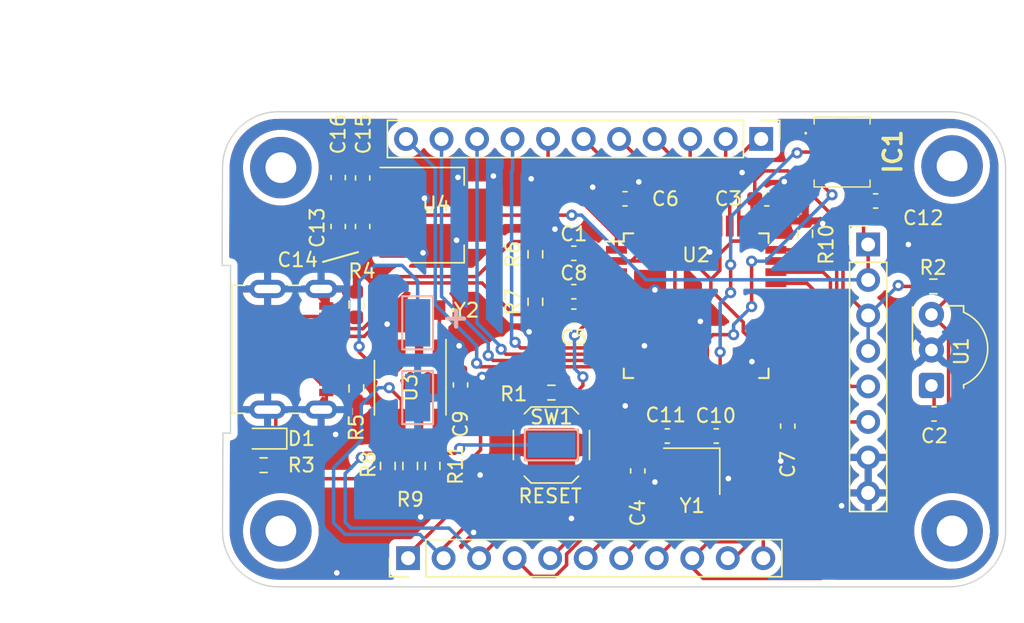
<source format=kicad_pcb>
(kicad_pcb (version 20221232) (generator pcbnew)
  (title_block (title "Breaduino") (date "2021-12-17") (rev "1.0") (company "WeAreMaker"))
  (layers (0 "F.Cu" signal) (31 "B.Cu" signal) (34 "B.Paste" user) (35 "F.Paste" user) (36 "B.SilkS" user "B.Silkscreen") (37 "F.SilkS" user "F.Silkscreen") (38 "B.Mask" user) (39 "F.Mask" user) (44 "Edge.Cuts" user))
  (net 0 "")
  (net 1 "GND")
  (net 2 "/A0")
  (net 3 "/A1")
  (net 4 "/A2")
  (net 5 "/RESET")
  (net 6 "VCC")
  (net 7 "/D+")
  (net 8 "/D-")
  (net 9 "Net-(U1-Vs)")
  (net 10 "/D1")
  (net 11 "/D0")
  (net 12 "/D2")
  (net 13 "/D7")
  (net 14 "/D14")
  (net 15 "/D15")
  (net 16 "/D16")
  (net 17 "/D17")
  (net 18 "/D11")
  (net 19 "/D3")
  (net 20 "/D4_A6")
  (net 21 "/D12_A10")
  (net 22 "/D6_A7")
  (net 23 "/D8")
  (net 24 "/D9_A8")
  (net 25 "/D10")
  (net 26 "/D5")
  (net 27 "/D13")
  (net 28 "/A3")
  (net 29 "/A4")
  (net 30 "/A5")
  (net 31 "Net-(U2-UCAP)")
  (net 32 "/X1")
  (net 33 "/X2")
  (net 34 "Net-(U2-XTAL1)")
  (net 35 "+3V3")
  (net 36 "Net-(U2-XTAL2)")
  (net 37 "Net-(D1-A)")
  (net 39 "Net-(J4-CC1)")
  (net 40 "Net-(J4-D+)")
  (net 41 "Net-(J4-D-)")
  (net 43 "Net-(J4-CC2)")
  (net 45 "Net-(U2-PE2/~{HWB})")
  (net 46 "Net-(U3-SQW/OUT)")
  (net 47 "Net-(U3-VBAT)")
  (footprint "Resistor_SMD:R_0603_1608Metric_Pad0.98x0.95mm_HandSolder" (layer "F.Cu") (at 102.41798 62.49452 -90)
    (fp_text reference "R7")
    (fp_text value "22R")
  )
  (footprint "Capacitor_SMD:C_0603_1608Metric_Pad1.08x0.95mm_HandSolder" (layer "F.Cu") (at 105.16798 59.02452 180)
    (fp_text reference "C1")
    (fp_text value "1uF")
  )
  (footprint "Capacitor_SMD:C_0603_1608Metric_Pad1.08x0.95mm_HandSolder" (layer "F.Cu") (at 105.16798 61.77452 180)
    (fp_text reference "C8")
    (fp_text value "1uF")
  )
  (footprint "Capacitor_SMD:C_0603_1608Metric_Pad1.08x0.95mm_HandSolder" (layer "F.Cu") (at 105.16798 63.52452 180)
    (fp_text reference "C5")
    (fp_text value "100nF")
  )
  (footprint "Connector_PinHeader_2.54mm:PinHeader_1x11_P2.54mm_Vertical" (layer "F.Cu") (at 118.56798 50.84452 -90)
    (fp_text reference "J1")
    (fp_text value "Conn_01x11")
  )
  (footprint "Crystal Footprint:DST210AC32768KHz" (layer "F.Cu") (at 94.88298 63.08952 180)
    (fp_text reference "Y2")
    (fp_text value "32.768KHz" hide)
  )
  (footprint "Capacitor_SMD:C_0603_1608Metric_Pad1.08x0.95mm_HandSolder" (layer "F.Cu") (at 130.932528 70.51952 180)
    (fp_text reference "C2")
    (fp_text value "100nF")
  )
  (footprint "Resistor_SMD:R_0603_1608Metric_Pad0.98x0.95mm_HandSolder" (layer "F.Cu") (at 95.06798 74.24452 90)
    (fp_text reference "R11")
    (fp_text value "4.7K")
  )
  (footprint "Capacitor_SMD:C_0603_1608Metric_Pad1.08x0.95mm_HandSolder" (layer "F.Cu") (at 109.742491 74.600009 -90)
    (fp_text reference "C4")
    (fp_text value "100nF")
  )
  (footprint "OptoDevice:Vishay_MOLD-3Pin" (layer "F.Cu") (at 130.743469 68.48452 90)
    (fp_text reference "U1")
    (fp_text value "TSOP45xx")
  )
  (footprint "Resistor_SMD:R_0603_1608Metric_Pad0.98x0.95mm_HandSolder" (layer "F.Cu") (at 121.71798 57.62452 -90)
    (fp_text reference "R10")
    (fp_text value "10k")
  )
  (footprint "Capacitor_SMD:C_0603_1608Metric_Pad1.08x0.95mm_HandSolder" (layer "F.Cu") (at 97.06798 68.44452 -90)
    (fp_text reference "C9")
    (fp_text value "10nF")
  )
  (footprint "Connector_PinHeader_2.54mm:PinHeader_1x08_P2.54mm_Vertical" (layer "F.Cu") (at 126.21798 58.39452)
    (fp_text reference "J2")
    (fp_text value "Conn_01x08")
  )
  (footprint "Resistor_SMD:R_0603_1608Metric_Pad0.98x0.95mm_HandSolder" (layer "F.Cu") (at 82.98298 74.18952 180)
    (fp_text reference "R3")
    (fp_text value "1K")
  )
  (footprint "Capacitor_SMD:C_0603_1608Metric_Pad1.08x0.95mm_HandSolder" (layer "F.Cu") (at 115.354991 72.100009)
    (fp_text reference "C10")
    (fp_text value "22pF")
  )
  (footprint "Package_QFP:TQFP-44_10x10mm_P0.8mm" (layer "F.Cu") (at 113.91798 62.77452)
    (fp_text reference "U2")
    (fp_text value "atmega32u4-au")
  )
  (footprint "Resistor_SMD:R_0603_1608Metric_Pad0.98x0.95mm_HandSolder" (layer "F.Cu") (at 130.882528 61.39452)
    (fp_text reference "R2")
    (fp_text value "10R")
  )
  (footprint "LED_SMD:LED_0603_1608Metric_Pad1.05x0.95mm_HandSolder" (layer "F.Cu") (at 82.98298 72.28952 180)
    (fp_text reference "D1")
    (fp_text value "LED_Small")
  )
  (footprint "MountingHole:MountingHole_2.2mm_M2_Pad" (layer "F.Cu") (at 84.21798 78.89452)
    (fp_text reference "H3")
    (fp_text value "MountingHole")
  )
  (footprint "Connector_PinHeader_2.54mm:PinHeader_1x11_P2.54mm_Vertical" (layer "F.Cu") (at 93.31798 80.84452 90)
    (fp_text reference "J3")
    (fp_text value "Conn_01x11")
  )
  (footprint "Crystal:Crystal_SMD_3225-4Pin_3.2x2.5mm" (layer "F.Cu") (at 113.604991 74.62452 180)
    (fp_text reference "Y1")
    (fp_text value "16MHz")
  )
  (footprint "Package_SO:SOIC-8_3.9x4.9mm_P1.27mm" (layer "F.Cu") (at 93.46798 68.64452 -90)
    (fp_text reference "U3")
    (fp_text value "DS1307Z+")
  )
  (footprint "Resistor_SMD:R_0603_1608Metric_Pad0.98x0.95mm_HandSolder" (layer "F.Cu") (at 102.41798 59.09452 90)
    (fp_text reference "R6")
    (fp_text value "22R")
  )
  (footprint "Capacitor_SMD:C_0603_1608Metric_Pad1.08x0.95mm_HandSolder" (layer "F.Cu") (at 118.96798 55.12452)
    (fp_text reference "C3")
    (fp_text value "100nF")
  )
  (footprint "MountingHole:MountingHole_2.2mm_M2_Pad" (layer "F.Cu") (at 132.21798 52.77452)
    (fp_text reference "H2")
    (fp_text value "MountingHole")
  )
  (footprint "Capacitor_SMD:C_0603_1608Metric_Pad1.08x0.95mm_HandSolder" (layer "F.Cu") (at 90.06798 53.63202 90)
    (fp_text reference "C15")
    (fp_text value "4.7uF")
  )
  (footprint "Capacitor_SMD:C_0603_1608Metric_Pad1.08x0.95mm_HandSolder" (layer "F.Cu") (at 88.31798 57.10702 -90)
    (fp_text reference "C13")
    (fp_text value "4.7uF")
  )
  (footprint "Capacitor_SMD:C_0603_1608Metric_Pad1.08x0.95mm_HandSolder" (layer "F.Cu") (at 126.75298 55.27952 180)
    (fp_text reference "C12")
    (fp_text value "10nF")
  )
  (footprint "Capacitor_SMD:C_0603_1608Metric_Pad1.08x0.95mm_HandSolder" (layer "F.Cu") (at 88.31798 53.60702 90)
    (fp_text reference "C16")
    (fp_text value "1uF")
  )
  (footprint "Resistor_SMD:R_0603_1608Metric_Pad0.98x0.95mm_HandSolder" (layer "F.Cu") (at 89.61798 68.69452 -90)
    (fp_text reference "R5")
    (fp_text value "5.1K")
  )
  (footprint "Resistor_SMD:R_0603_1608Metric_Pad0.98x0.95mm_HandSolder" (layer "F.Cu") (at 89.61798 62.69452 90)
    (fp_text reference "R4")
    (fp_text value "5.1K")
  )
  (footprint "MountingHole:MountingHole_2.2mm_M2_Pad" (layer "F.Cu") (at 132.21798 78.89452)
    (fp_text reference "H4")
    (fp_text value "MountingHole")
  )
  (footprint "AHT10:AHT10" (layer "F.Cu") (at 124.35298 51.77952)
    (fp_text reference "IC1")
    (fp_text value "AHT10" hide)
  )
  (footprint "Connector_USB:USB_C_Receptacle_JAE_DX07S016JA1R1500" (layer "F.Cu") (at 84.41798 65.89452 -90)
    (fp_text reference "J4")
    (fp_text value "USB_C_Receptacle")
  )
  (footprint "Resistor_SMD:R_0603_1608Metric_Pad0.98x0.95mm_HandSolder" (layer "F.Cu") (at 103.56798 68.99452)
    (fp_text reference "R1")
    (fp_text value "10K")
  )
  (footprint "Package_TO_SOT_SMD:SOT-223-3_TabPin2" (layer "F.Cu") (at 95.41798 56.29452)
    (fp_text reference "U4")
    (fp_text value "AMS1117-3.3")
  )
  (footprint "Resistor_SMD:R_0603_1608Metric_Pad0.98x0.95mm_HandSolder" (layer "F.Cu") (at 91.86798 74.24452 90)
    (fp_text reference "R8")
    (fp_text value "4.7K")
  )
  (footprint "Capacitor_SMD:C_0603_1608Metric_Pad1.08x0.95mm_HandSolder" (layer "F.Cu") (at 111.854991 72.100009 180)
    (fp_text reference "C11")
    (fp_text value "22pF")
  )
  (footprint "Button_Switch_SMD:SW_SPST_SKQG_WithStem" (layer "F.Cu") (at 103.56798 72.74452)
    (fp_text reference "SW1")
    (fp_text value "RESET_SWITCH")
  )
  (footprint "Capacitor_SMD:C_0603_1608Metric_Pad1.08x0.95mm_HandSolder" (layer "F.Cu") (at 90.06798 57.10702 -90)
    (fp_text reference "C14")
    (fp_text value "1uF")
  )
  (footprint "Resistor_SMD:R_0603_1608Metric_Pad0.98x0.95mm_HandSolder" (layer "F.Cu") (at 93.46798 74.24452 90)
    (fp_text reference "R9")
    (fp_text value "4.7K")
  )
  (footprint "Capacitor_SMD:C_0603_1608Metric_Pad1.08x0.95mm_HandSolder" (layer "F.Cu") (at 108.83048 55.12452 180)
    (fp_text reference "C6")
    (fp_text value "100nF")
  )
  (footprint "MountingHole:MountingHole_2.2mm_M2_Pad" (layer "F.Cu") (at 84.21798 52.89452)
    (fp_text reference "H1")
    (fp_text value "MountingHole")
  )
  (footprint "Capacitor_SMD:C_0603_1608Metric_Pad1.08x0.95mm_HandSolder" (layer "F.Cu") (at 120.46798 71.39452 -90)
    (fp_text reference "C7")
    (fp_text value "1uF")
  )
  (footprint "TestPoint:TestPoint_Keystone_5015_Micro-Minature" (layer "B.Cu") (at 103.56798 72.74452 180)
    (fp_text reference "TP3")
    (fp_text value "SQW_OUT")
  )
  (footprint "TestPoint:TestPoint_Keystone_5015_Micro-Minature" (layer "B.Cu") (at 94 69.35 90)
    (fp_text reference "TP2")
    (fp_text value "RTC BATTERY -")
  )
  (footprint "TestPoint:TestPoint_Keystone_5015_Micro-Minature" (layer "B.Cu") (at 94 64 90)
    (fp_text reference "TP1")
    (fp_text value "RTC BATTERY +")
  )
  (gr_line (start 89.73298 58.93952) (end 87.23298 59.63952) (stroke (width 0.15)) (layer "F.SilkS"))
  (gr_arc (start 80.046407 52.89452) (mid 81.21798 50.066093) (end 84.046407 48.89452) (stroke (width 0.1)) (layer "Edge.Cuts"))
  (gr_arc (start 136.046407 78.89452) (mid 134.874834 81.722947) (end 132.046407 82.89452) (stroke (width 0.1)) (layer "Edge.Cuts"))
  (gr_line (start 80.61798 59.89452) (end 80.01798 59.89452) (stroke (width 0.1)) (layer "Edge.Cuts"))
  (gr_line (start 80.046407 52.89452) (end 80.01798 59.89452) (stroke (width 0.1)) (layer "Edge.Cuts"))
  (gr_line (start 80.61798 71.89452) (end 80.61798 59.89452) (stroke (width 0.1)) (layer "Edge.Cuts"))
  (gr_line (start 132.046407 82.89452) (end 84.046407 82.89452) (stroke (width 0.1)) (layer "Edge.Cuts"))
  (gr_line (start 80.074834 71.89452) (end 80.046407 78.89452) (stroke (width 0.1)) (layer "Edge.Cuts"))
  (gr_arc (start 132.046407 48.89452) (mid 134.874834 50.066093) (end 136.046407 52.89452) (stroke (width 0.1)) (layer "Edge.Cuts"))
  (gr_line (start 136.046407 78.89452) (end 136.046407 52.89452) (stroke (width 0.1)) (layer "Edge.Cuts"))
  (gr_line (start 80.074834 71.89452) (end 80.61798 71.89452) (stroke (width 0.1)) (layer "Edge.Cuts"))
  (gr_arc (start 84.046407 82.89452) (mid 81.21798 81.722947) (end 80.046407 78.89452) (stroke (width 0.1)) (layer "Edge.Cuts"))
  (gr_line (start 132.046407 48.89452) (end 84.046407 48.89452) (stroke (width 0.1)) (layer "Edge.Cuts"))
  (gr_text "+" (at 96.75 63.58952) (layer "B.SilkS") (effects (font (size 1.5 1.5) (thickness 0.3)) (justify mirror)))
  (gr_text "RESET" (at 103.46798 76.39452) (layer "F.SilkS") (effects (font (size 1 1))))
  (segment (start 109.821555 53.914197) (end 110.71798 54.810622) (width 0.25) (layer "F.Cu") (net 1))
  (segment (start 87.46798 69.83952) (end 87.09298 70.21452) (width 0.25) (layer "F.Cu") (net 1))
  (segment (start 117.202 53.24452) (end 116.96798 53.47854) (width 0.25) (layer "F.Cu") (net 1))
  (segment (start 112.31798 64.86952) (end 112.31798 68.47452) (width 0.25) (layer "F.Cu") (net 1))
  (segment (start 113.29298 63.89452) (end 112.31798 64.86952) (width 0.25) (layer "F.Cu") (net 1))
  (segment (start 87.46798 61.94952) (end 87.09298 61.57452) (width 0.25) (layer "F.Cu") (net 1))
  (segment (start 83.85798 72.28952) (end 83.85798 70.80452) (width 0.25) (layer "F.Cu") (net 1))
  (segment (start 116.96798 53.47854) (end 116.96798 56.92452) (width 0.25) (layer "F.Cu") (net 1))
  (segment (start 87.46798 68.99452) (end 87.46798 69.83952) (width 0.25) (layer "F.Cu") (net 1))
  (segment (start 87.46798 62.79452) (end 87.46798 61.94952) (width 0.25) (layer "F.Cu") (net 1))
  (segment (start 116.96798 56.92452) (end 117.11798 57.07452) (width 0.25) (layer "F.Cu") (net 1))
  (segment (start 110.63798 61.97452) (end 110.96798 61.64452) (width 0.25) (layer "F.Cu") (net 1))
  (segment (start 109.817339 53.914197) (end 109.821555 53.914197) (width 0.25) (layer "F.Cu") (net 1))
  (segment (start 107.51798 54.29452) (end 106.51798 54.29452) (width 0.25) (layer "F.Cu") (net 1))
  (segment (start 107.96798 55.12452) (end 107.96798 54.74452) (width 0.25) (layer "F.Cu") (net 1))
  (segment (start 107.96798 54.74452) (end 107.51798 54.29452) (width 0.25) (layer "F.Cu") (net 1))
  (segment (start 110.71798 54.810622) (end 110.71798 57.07452) (width 0.25) (layer "F.Cu") (net 1))
  (segment (start 114.21798 63.89452) (end 113.29298 63.89452) (width 0.25) (layer "F.Cu") (net 1))
  (segment (start 83.85798 70.80452) (end 83.26798 70.21452) (width 0.25) (layer "F.Cu") (net 1))
  (segment (start 117.90798 66.77452) (end 119.61798 66.77452) (width 0.25) (layer "F.Cu") (net 1))
  (segment (start 117.90298 66.77952) (end 117.90798 66.77452) (width 0.25) (layer "F.Cu") (net 1))
  (segment (start 108.21798 61.97452) (end 110.63798 61.97452) (width 0.25) (layer "F.Cu") (net 1))
  (via (at 103.81798 57.29452) (size 0.8) (drill 0.4) (layers "F.Cu" "B.Cu") (net 1))
  (via (at 96.88298 53.58952) (size 0.8) (drill 0.4) (layers "F.Cu" "B.Cu") (net 1))
  (via (at 108.84298 69.94452) (size 0.8) (drill 0.4) (layers "F.Cu" "B.Cu") (net 1))
  (via (at 129.09298 58.39452) (size 0.8) (drill 0.4) (layers "F.Cu" "B.Cu") (net 1))
  (via (at 96.96798 65.64452) (size 0.8) (drill 0.4) (layers "F.Cu" "B.Cu") (net 1))
  (via (at 117.202 53.24452) (size 0.8) (drill 0.4) (layers "F.Cu" "B.Cu") (net 1))
  (via (at 101.96798 64.64452) (size 0.8) (drill 0.4) (layers "F.Cu" "B.Cu") (net 1))
  (via (at 94.38298 58.98952) (size 0.8) (drill 0.4) (layers "F.Cu" "B.Cu") (net 1))
  (via (at 110.96798 61.64452) (size 0.8) (drill 0.4) (layers "F.Cu" "B.Cu") (net 1))
  (via (at 122.96798 56.89452) (size 0.8) (drill 0.4) (layers "F.Cu" "B.Cu") (net 1))
  (via (at 94.48298 55.08952) (size 0.8) (drill 0.4) (layers "F.Cu" "B.Cu") (net 1))
  (via (at 98.46798 74.89452) (size 0.8) (drill 0.4) (layers "F.Cu" "B.Cu") (net 1))
  (via (at 117.90298 66.77952) (size 0.8) (drill 0.4) (layers "F.Cu" "B.Cu") (net 1))
  (via (at 114.21798 63.89452) (size 0.8) (drill 0.4) (layers "F.Cu" "B.Cu") (net 1))
  (via (at 119.96798 73.89452) (size 0.8) (drill 0.4) (layers "F.Cu" "B.Cu") (net 1))
  (via (at 109.817339 53.914197) (size 0.8) (drill 0.4) (layers "F.Cu" "B.Cu") (net 1))
  (via (at 96.78298 58.08952) (size 0.8) (drill 0.4) (layers "F.Cu" "B.Cu") (net 1))
  (via (at 98 79) (size 0.8) (drill 0.4) (layers "F.Cu" "B.Cu") (net 1))
  (via (at 88.21798 81.89452) (size 0.8) (drill 0.4) (layers "F.Cu" "B.Cu") (net 1))
  (via (at 98.61798 67.89452) (size 0.8) (drill 0.4) (layers "F.Cu" "B.Cu") (net 1))
  (via (at 106.51798 54.29452) (size 0.8) (drill 0.4) (layers "F.Cu" "B.Cu") (net 1))
  (via (at 91.81798 64.09452) (size 0.8) (drill 0.4) (layers "F.Cu" "B.Cu") (net 1))
  (via (at 124.31798 77.09452) (size 0.8) (drill 0.4) (layers "F.Cu" "B.Cu") (net 1))
  (via (at 88.13248 71.98952) (size 0.8) (drill 0.4) (layers "F.Cu" "B.Cu") (net 1))
  (via (at 105 78) (size 0.8) (drill 0.4) (layers "F.Cu" "B.Cu") (net 1))
  (via (at 94.21798 77.89452) (size 0.8) (drill 0.4) (layers "F.Cu" "B.Cu") (net 1))
  (via (at 102.11798 53.69452) (size 0.8) (drill 0.4) (layers "F.Cu" "B.Cu") (net 1))
  (via (at 116.21995 75.14649) (size 0.8) (drill 0.4) (layers "F.Cu" "B.Cu") (net 1))
  (via (at 114.88798 58.93452) (size 0.8) (drill 0.4) (layers "F.Cu" "B.Cu") (net 1))
  (via (at 110.21798 65.64452) (size 0.8) (drill 0.4) (layers "F.Cu" "B.Cu") (net 1))
  (via (at 99.41798 53.49452) (size 0.8) (drill 0.4) (layers "F.Cu" "B.Cu") (net 1))
  (via (at 110.96798 75.39452) (size 0.8) (drill 0.4) (layers "F.Cu" "B.Cu") (net 1))
  (via (at 120.21798 53.89452) (size 0.8) (drill 0.4) (layers "F.Cu" "B.Cu") (net 1))
  (segment (start 106.51798 54.29452) (end 102.71798 54.29452) (width 0.25) (layer "B.Cu") (net 1))
  (segment (start 102.71798 54.29452) (end 102.11798 53.69452) (width 0.25) (layer "B.Cu") (net 1))
  (segment (start 116.4775 53.770717) (end 116.4775 52.585) (width 0.25) (layer "F.Cu") (net 2))
  (segment (start 116.31798 53.930238) (end 116.4775 53.770717) (width 0.25) (layer "F.Cu") (net 2))
  (segment (start 116.4775 52.585) (end 118.21798 50.84452) (width 0.25) (layer "F.Cu") (net 2))
  (segment (start 118.21798 50.84452) (end 118.56798 50.84452) (width 0.25) (layer "F.Cu") (net 2))
  (segment (start 116.31798 57.07452) (end 116.31798 53.930238) (width 0.25) (layer "F.Cu") (net 2))
  (segment (start 115.51798 57.07452) (end 115.51798 54.09452) (width 0.25) (layer "F.Cu") (net 3))
  (segment (start 116.02798 53.58452) (end 116.02798 50.84452) (width 0.25) (layer "F.Cu") (net 3))
  (segment (start 115.51798 54.09452) (end 116.02798 53.58452) (width 0.25) (layer "F.Cu") (net 3))
  (segment (start 114.71798 57.07452) (end 114.71798 53.64452) (width 0.25) (layer "F.Cu") (net 4))
  (segment (start 114.71798 53.64452) (end 113.48798 52.41452) (width 0.25) (layer "F.Cu") (net 4))
  (segment (start 113.48798 52.41452) (end 113.48798 50.84452) (width 0.25) (layer "F.Cu") (net 4))
  (segment (start 110.38798 67.14452) (end 109.46798 67.14452) (width 0.25) (layer "F.Cu") (net 5))
  (segment (start 109.46798 67.14452) (end 106.66798 69.94452) (width 0.25) (layer "F.Cu") (net 5))
  (segment (start 100.46798 69.45202) (end 100.46798 70.89452) (width 0.25) (layer "F.Cu") (net 5))
  (segment (start 110.71798 68.47452) (end 110.71798 67.47452) (width 0.25) (layer "F.Cu") (net 5))
  (segment (start 100.92548 68.99452) (end 100.46798 69.45202) (width 0.25) (layer "F.Cu") (net 5))
  (segment (start 106.66798 70.89452) (end 100.46798 70.89452) (width 0.25) (layer "F.Cu") (net 5))
  (segment (start 110.71798 67.47452) (end 110.38798 67.14452) (width 0.25) (layer "F.Cu") (net 5))
  (segment (start 102.65548 68.99452) (end 100.92548 68.99452) (width 0.25) (layer "F.Cu") (net 5))
  (segment (start 106.66798 69.94452) (end 106.66798 70.89452) (width 0.25) (layer "F.Cu") (net 5))
  (segment (start 106.03048 59.02452) (end 106.58048 59.57452) (width 0.25) (layer "F.Cu") (net 6))
  (segment (start 85.833958 67.110498) (end 86.96798 68.24452) (width 0.25) (layer "F.Cu") (net 6))
  (segment (start 84.05048 75.15702) (end 85.68048 75.15702) (width 0.25) (layer "F.Cu") (net 6))
  (segment (start 86.96798 68.24452) (end 87.46798 68.24452) (width 0.25) (layer "F.Cu") (net 6))
  (segment (start 85.56798 63.54452) (end 85.21798 63.89452) (width 0.25) (layer "F.Cu") (net 6))
  (segment (start 115.612491 60.250009) (end 115.612491 59.05702) (width 0.25) (layer "F.Cu") (net 6))
  (segment (start 83.89548 75.00202) (end 84.05048 75.15702) (width 0.25) (layer "F.Cu") (net 6))
  (segment (start 118.78298 53.12952) (end 118.10548 53.80702) (width 0.25) (layer "F.Cu") (net 6))
  (segment (start 109.742491 73.737509) (end 109.742491 71.124031) (width 0.25) (layer "F.Cu") (net 6))
  (segment (start 88.31798 56.24452) (end 86.26798 56.24452) (width 0.25) (layer "F.Cu") (net 6))
  (segment (start 114.96798 61.64452) (end 117.28798 63.96452) (width 0.25) (layer "F.Cu") (net 6))
  (segment (start 96.44298 75.15702) (end 98.5 73.1) (width 0.25) (layer "F.Cu") (net 6))
  (segment (start 114.96798 60.89452) (end 114.96798 61.64452) (width 0.25) (layer "F.Cu") (net 6))
  (segment (start 109.91798 55.34952) (end 109.69298 55.12452) (width 0.25) (layer "F.Cu") (net 6))
  (segment (start 116.52048 58.149031) (end 117.717491 58.149031) (width 0.25) (layer "F.Cu") (net 6))
  (segment (start 111.51798 68.47452) (end 111.51798 63.80452) (width 0.25) (layer "F.Cu") (net 6))
  (segment (start 85.833958 67.09452) (end 85.833958 67.110498) (width 0.25) (layer "F.Cu") (net 6))
  (segment (start 97.06798 70.54452) (end 97.06798 69.30702) (width 0.25) (layer "F.Cu") (net 6))
  (segment (start 98.5 73.1) (end 98.5 69.50154) (width 0.25) (layer "F.Cu") (net 6))
  (segment (start 114.96798 60.89452) (end 113.64798 59.57452) (width 0.25) (layer "F.Cu") (net 6))
  (segment (start 103.96798 67.64452) (end 104.48048 68.15702) (width 0.25) (layer "F.Cu") (net 6))
  (segment (start 98.5 69.50154) (end 98.30548 69.30702) (width 0.25) (layer "F.Cu") (net 6))
  (segment (start 85.21798 67.09452) (end 85.833958 67.09452) (width 0.25) (layer "F.Cu") (net 6))
  (segment (start 106.03048 64.08202) (end 105.21798 64.89452) (width 0.25) (layer "F.Cu") (net 6))
  (segment (start 121.02086 66.503378) (end 121.02086 69.97914) (width 0.25) (layer "F.Cu") (net 6))
  (segment (start 128.438958 61.39452) (end 128.368469 61.324031) (width 0.25) (layer "F.Cu") (net 6))
  (segment (start 112.39798 62.46452) (end 112.39798 59.57452) (width 0.25) (layer "F.Cu") (net 6))
  (segment (start 99.96798 67.64452) (end 103.96798 67.64452) (width 0.25) (layer "F.Cu") (net 6))
  (segment (start 109.91798 57.07452) (end 109.91798 55.34952) (width 0.25) (layer "F.Cu") (net 6))
  (segment (start 112.39798 59.57452) (end 109.28798 59.57452) (width 0.25) (layer "F.Cu") (net 6))
  (segment (start 95.06798 75.15702) (end 96.44298 75.15702) (width 0.25) (layer "F.Cu") (net 6))
  (segment (start 117.91798 57.07452) (end 117.91798 55.31202) (width 0.25) (layer "F.Cu") (net 6))
  (segment (start 96.49298 71.11952) (end 97.06798 70.54452) (width 0.25) (layer "F.Cu") (net 6))
  (segment (start 90.06798 56.39452) (end 92.26798 58.59452) (width 0.25) (layer "F.Cu") (net 6))
  (segment (start 108.21798 63.57452) (end 111.28798 63.57452) (width 0.25) (layer "F.Cu") (net 6))
  (segment (start 85.21798 57.29452) (end 85.21798 74.69452) (width 0.25) (layer "F.Cu") (net 6))
  (segment (start 129.970028 61.39452) (end 128.438958 61.39452) (width 0.25) (layer "F.Cu") (net 6))
  (segment (start 97.06798 69.30702) (end 98.30548 69.30702) (width 0.25) (layer "F.Cu") (net 6))
  (segment (start 108.16798 63.52452) (end 108.21798 63.57452) (width 0.25) (layer "F.Cu") (net 6))
  (segment (start 120.492002 65.97452) (end 121.02086 66.503378) (width 0.25) (layer "F.Cu") (net 6))
  (segment (start 85.21798 74.69452) (end 85.68048 75.15702) (width 0.25) (layer "F.Cu") (net 6))
  (segment (start 124.4175 61.67404) (end 124.4175 57.069426) (width 0.25) (layer "F.Cu") (net 6))
  (segment (start 117.717491 58.149031) (end 117.91798 57.948542) (width 0.25) (layer "F.Cu") (net 6))
  (segment (start 120.477594 53.12952) (end 118.78298 53.12952) (width 0.25) (layer "F.Cu") (net 6))
  (segment (start 106.03048 63.52452) (end 108.16798 63.52452) (width 0.25) (layer "F.Cu") (net 6))
  (segment (start 119.61798 65.97452) (end 120.492002 65.97452) (width 0.25) (layer "F.Cu") (net 6))
  (segment (start 104.48048 68.15702) (end 104.48048 68.99452) (width 0.25) (layer "F.Cu") (net 6))
  (segment (start 106.03048 63.52452) (end 106.03048 64.08202) (width 0.25) (layer "F.Cu") (net 6))
  (segment (start 95.37298 71.11952) (end 96.49298 71.11952) (width 0.25) (layer "F.Cu") (net 6))
  (segment (start 118.61798 65.97452) (end 119.61798 65.97452) (width 0.25) (layer "F.Cu") (net 6))
  (segment (start 106.58048 59.57452) (end 108.21798 59.57452) (width 0.25) (layer "F.Cu") (net 6))
  (segment (start 109.742491 71.124031) (end 111.51798 69.348542) (width 0.25) (layer "F.Cu") (net 6))
  (segment (start 117.91798 57.948542) (end 117.91798 57.07452) (width 0.25) (layer "F.Cu") (net 6))
  (segment (start 108.21798 59.57452) (end 109.28798 59.57452) (width 0.25) (layer "F.Cu") (net 6))
  (segment (start 111.51798 63.80452) (end 111.28798 63.57452) (width 0.25) (layer "F.Cu") (net 6))
  (segment (start 105.81798 68.49452) (end 105.31798 68.99452) (width 0.25) (layer "F.Cu") (net 6))
  (segment (start 98.30548 69.30702) (end 99.96798 67.64452) (width 0.25) (layer "F.Cu") (net 6))
  (segment (start 88.31798 56.24452) (end 90.06798 56.24452) (width 0.25) (layer "F.Cu") (net 6))
  (segment (start 85.68048 75.15702) (end 91.86798 75.15702) (width 0.25) (layer "F.Cu") (net 6))
  (segment (start 117.91798 55.31202) (end 118.10548 55.12452) (width 0.25) (layer "F.Cu") (net 6))
  (segment (start 95.06798 75.15702) (end 93.46798 75.15702) (width 0.25) (layer "F.Cu") (net 6))
  (segment (start 87.46798 63.54452) (end 85.56798 63.54452) (width 0.25) (layer "F.Cu") (net 6))
  (segment (start 124.4175 57.069426) (end 120.477594 53.12952) (width 0.25) (layer "F.Cu") (net 6))
  (segment (start 109.91798 58.94452) (end 109.91798 57.07452) (width 0.25) (layer "F.Cu") (net 6))
  (segment (start 113.64798 59.57452) (end 112.39798 59.57452) (width 0.25) (layer "F.Cu") (net 6))
  (segment (start 111.51798 69.348542) (end 111.51798 68.47452) (width 0.25) (layer "F.Cu") (net 6))
  (segment (start 105.31798 68.99452) (end 104.48048 68.99452) (width 0.25) (layer "F.Cu") (net 6))
  (segment (start 118.10548 53.80702) (end 118.10548 55.12452) (width 0.25) (layer "F.Cu") (net 6))
  (segment (start 83.89548 74.18952) (end 83.89548 75.00202) (width 0.25) (layer "F.Cu") (net 6))
  (segment (start 117.28798 64.64452) (end 118.61798 65.97452) (width 0.25) (layer "F.Cu") (net 6))
  (segment (start 109.28798 59.57452) (end 109.91798 58.94452) (width 0.25) (layer "F.Cu") (net 6))
  (segment (start 121.02086 69.97914) (end 120.46798 70.53202) (width 0.25) (layer "F.Cu") (net 6))
  (segment (start 90.06798 56.24452) (end 90.06798 56.39452) (width 0.25) (layer "F.Cu") (net 6))
  (segment (start 86.26798 56.24452) (end 85.21798 57.29452) (width 0.25) (layer "F.Cu") (net 6))
  (segment (start 93.46798 75.15702) (end 91.86798 75.15702) (width 0.25) (layer "F.Cu") (net 6))
  (segment (start 115.612491 59.05702) (end 116.52048 58.149031) (width 0.25) (layer "F.Cu") (net 6))
  (segment (start 111.28798 63.57452) (end 112.39798 62.46452) (width 0.25) (layer "F.Cu") (net 6))
  (segment (start 117.28798 63.96452) (end 117.28798 64.64452) (width 0.25) (layer "F.Cu") (net 6))
  (segment (start 126.21798 63.47452) (end 124.4175 61.67404) (width 0.25) (layer "F.Cu") (net 6))
  (segment (start 105.81798 67.86902) (end 105.81798 68.49452) (width 0.25) (layer "F.Cu") (net 6))
  (segment (start 114.96798 60.89452) (end 115.612491 60.250009) (width 0.25) (layer "F.Cu") (net 6))
  (via (at 128.368469 61.324031) (size 0.8) (drill 0.4) (layers "F.Cu" "B.Cu") (net 6))
  (via (at 105.81798 67.86902) (size 0.8) (drill 0.4) (layers "F.Cu" "B.Cu") (net 6))
  (via (at 105.21798 64.89452) (size 0.8) (drill 0.4) (layers "F.Cu" "B.Cu") (net 6))
  (segment (start 105.21798 67.26902) (end 105.21798 64.89452) (width 0.25) (layer "B.Cu") (net 6))
  (segment (start 128.368469 61.324031) (end 126.21798 63.47452) (width 0.25) (layer "B.Cu") (net 6))
  (segment (start 105.81798 67.86902) (end 105.21798 67.26902) (width 0.25) (layer "B.Cu") (net 6))
  (segment (start 126.21798 63.47452) (end 126.21798 66.01452) (width 0.25) (layer "B.Cu") (net 6))
  (segment (start 108.04346 61) (end 103 61) (width 0.2) (layer "F.Cu") (net 7))
  (segment (start 103 61) (end 102.41798 61.58202) (width 0.2) (layer "F.Cu") (net 7))
  (segment (start 108.21798 61.17452) (end 108.04346 61) (width 0.2) (layer "F.Cu") (net 7))
  (segment (start 102.78548 60.37452) (end 102.41798 60.00702) (width 0.2) (layer "F.Cu") (net 8))
  (segment (start 108.21798 60.37452) (end 102.78548 60.37452) (width 0.2) (layer "F.Cu") (net 8))
  (segment (start 131.96798 64.629031) (end 130.743469 63.40452) (width 0.25) (layer "F.Cu") (net 9))
  (segment (start 131.795028 62.352961) (end 130.743469 63.40452) (width 0.25) (layer "F.Cu") (net 9))
  (segment (start 131.795028 61.39452) (end 131.795028 62.352961) (width 0.25) (layer "F.Cu") (net 9))
  (segment (start 131.96798 70.346568) (end 131.96798 64.629031) (width 0.25) (layer "F.Cu") (net 9))
  (segment (start 131.795028 70.51952) (end 131.96798 70.346568) (width 0.25) (layer "F.Cu") (net 9))
  (segment (start 117.11798 68.47452) (end 117.11798 69.57452) (width 0.25) (layer "F.Cu") (net 10))
  (segment (start 116.435826 77.862366) (end 107.339124 77.862366) (width 0.25) (layer "F.Cu") (net 10))
  (segment (start 117.11798 69.57452) (end 117.48846 69.945) (width 0.25) (layer "F.Cu") (net 10))
  (segment (start 118.654177 69.945) (end 119.11798 70.408803) (width 0.25) (layer "F.Cu") (net 10))
  (segment (start 103.83899 82.14452) (end 102.23798 82.14452) (width 0.25) (layer "F.Cu") (net 10))
  (segment (start 104.652491 81.331019) (end 103.83899 82.14452) (width 0.25) (layer "F.Cu") (net 10))
  (segment (start 119.11798 70.408803) (end 119.11798 75.180212) (width 0.25) (layer "F.Cu") (net 10))
  (segment (start 117.48846 69.945) (end 118.654177 69.945) (width 0.25) (layer "F.Cu") (net 10))
  (segment (start 102.23798 82.14452) (end 100.93798 80.84452) (width 0.25) (layer "F.Cu") (net 10))
  (segment (start 104.652491 80.548999) (end 104.652491 81.331019) (width 0.25) (layer "F.Cu") (net 10))
  (segment (start 107.339124 77.862366) (end 104.652491 80.548999) (width 0.25) (layer "F.Cu") (net 10))
  (segment (start 119.11798 75.180212) (end 116.435826 77.862366) (width 0.25) (layer "F.Cu") (net 10))
  (segment (start 116.364403 77.298071) (end 118.66846 74.994014) (width 0.25) (layer "F.Cu") (net 11))
  (segment (start 116.31798 69.623084) (end 116.31798 68.47452) (width 0.25) (layer "F.Cu") (net 11))
  (segment (start 118.46798 70.39452) (end 117.089416 70.39452) (width 0.25) (layer "F.Cu") (net 11))
  (segment (start 103.47798 80.84452) (end 107.024429 77.298071) (width 0.25) (layer "F.Cu") (net 11))
  (segment (start 107.024429 77.298071) (end 116.364403 77.298071) (width 0.25) (layer "F.Cu") (net 11))
  (segment (start 118.66846 74.994014) (end 118.66846 70.595) (width 0.25) (layer "F.Cu") (net 11))
  (segment (start 117.089416 70.39452) (end 116.31798 69.623084) (width 0.25) (layer "F.Cu") (net 11))
  (segment (start 118.66846 70.595) (end 118.46798 70.39452) (width 0.25) (layer "F.Cu") (net 11))
  (segment (start 116.178205 76.848551) (end 102.393949 76.848551) (width 0.25) (layer "F.Cu") (net 12))
  (segment (start 118.21894 74.807816) (end 116.178205 76.848551) (width 0.25) (layer "F.Cu") (net 12))
  (segment (start 118.21894 70.845) (end 118.21894 74.807816) (width 0.25) (layer "F.Cu") (net 12))
  (segment (start 91.86798 73.33202) (end 90.28048 73.33202) (width 0.25) (layer "F.Cu") (net 12))
  (segment (start 102.393949 76.848551) (end 98.39798 80.84452) (width 0.25) (layer "F.Cu") (net 12))
  (segment (start 115.51798 68.47452) (end 115.51798 69.458802) (width 0.25) (layer "F.Cu") (net 12))
  (segment (start 115.51798 69.458802) (end 116.903218 70.84404) (width 0.25) (layer "F.Cu") (net 12))
  (segment (start 115.63298 68.35952) (end 115.51798 68.47452) (width 0.25) (layer "F.Cu") (net 12))
  (segment (start 91.56298 71.11952) (end 91.56298 73.02702) (width 0.25) (layer "F.Cu") (net 12))
  (segment (start 90.28048 73.33202) (end 89.96798 73.64452) (width 0.25) (layer "F.Cu") (net 12))
  (segment (start 115.63298 66.08952) (end 115.63298 68.35952) (width 0.25) (layer "F.Cu") (net 12))
  (segment (start 91.56298 73.02702) (end 91.86798 73.33202) (width 0.25) (layer "F.Cu") (net 12))
  (segment (start 116.38298 59.83952) (end 116.38298 61.83952) (width 0.25) (layer "F.Cu") (net 12))
  (segment (start 122.75298 51.77952) (end 121.19298 51.77952) (width 0.25) (layer "F.Cu") (net 12))
  (segment (start 118.21798 70.84404) (end 118.21894 70.845) (width 0.25) (layer "F.Cu") (net 12))
  (segment (start 121.19298 51.77952) (end 121.13298 51.83952) (width 0.25) (layer "F.Cu") (net 12))
  (segment (start 116.903218 70.84404) (end 118.21798 70.84404) (width 0.25) (layer "F.Cu") (net 12))
  (via (at 116.38298 61.83952) (size 0.8) (drill 0.4) (layers "F.Cu" "B.Cu") (net 12))
  (via (at 116.38298 59.83952) (size 0.8) (drill 0.4) (layers "F.Cu" "B.Cu") (net 12))
  (via (at 121.13298 51.83952) (size 0.8) (drill 0.4) (layers "F.Cu" "B.Cu") (net 12))
  (via (at 115.63298 66.08952) (size 0.8) (drill 0.4) (layers "F.Cu" "B.Cu") (net 12))
  (via (at 89.96798 73.64452) (size 0.8) (drill 0.4) (layers "F.Cu" "B.Cu") (net 12))
  (segment (start 96.24846 78.695) (end 98.39798 80.84452) (width 0.25) (layer "B.Cu") (net 12))
  (segment (start 88.81798 74.79452) (end 88.81798 78.27452) (width 0.25) (layer "B.Cu") (net 12))
  (segment (start 89.23846 78.695) (end 96.24846 78.695) (width 0.25) (layer "B.Cu") (net 12))
  (segment (start 88.88298 78.33952) (end 89.23846 78.695) (width 0.25) (layer "B.Cu") (net 12))
  (segment (start 115.63298 62.58952) (end 115.63298 66.08952) (width 0.25) (layer "B.Cu") (net 12))
  (segment (start 88.81798 78.27452) (end 88.88298 78.33952) (width 0.25) (layer "B.Cu") (net 12))
  (segment (start 116.38298 61.83952) (end 115.63298 62.58952) (width 0.25) (layer "B.Cu") (net 12))
  (segment (start 116.38298 56.414906) (end 116.38298 59.83952) (width 0.25) (layer "B.Cu") (net 12))
  (segment (start 121.13298 51.83952) (end 120.958366 51.83952) (width 0.25) (layer "B.Cu") (net 12))
  (segment (start 120.958366 51.83952) (end 116.38298 56.414906) (width 0.25) (layer "B.Cu") (net 12))
  (segment (start 88.81798 74.79452) (end 89.96798 73.64452) (width 0.25) (layer "B.Cu") (net 12))
  (segment (start 108.21798 57.819134) (end 103.32798 52.929134) (width 0.25) (layer "F.Cu") (net 13))
  (segment (start 103.32798 52.929134) (end 103.32798 50.84452) (width 0.25) (layer "F.Cu") (net 13))
  (segment (start 108.21798 58.77452) (end 108.21798 57.819134) (width 0.25) (layer "F.Cu") (net 13))
  (segment (start 101.36942 65.79596) (end 105.96798 65.79596) (width 0.25) (layer "F.Cu") (net 14))
  (segment (start 107.38942 64.37452) (end 108.21798 64.37452) (width 0.25) (layer "F.Cu") (net 14))
  (segment (start 105.96798 65.79596) (end 107.38942 64.37452) (width 0.25) (layer "F.Cu") (net 14))
  (segment (start 100.96798 65.39452) (end 101.36942 65.79596) (width 0.25) (layer "F.Cu") (net 14))
  (via (at 100.96798 65.39452) (size 0.8) (drill 0.4) (layers "F.Cu" "B.Cu") (net 14))
  (segment (start 100.78798 53.07452) (end 100.78798 50.84452) (width 0.25) (layer "B.Cu") (net 14))
  (segment (start 100.71798 65.14452) (end 100.71798 53.14452) (width 0.25) (layer "B.Cu") (net 14))
  (segment (start 100.96798 65.39452) (end 100.71798 65.14452) (width 0.25) (layer "B.Cu") (net 14))
  (segment (start 100.71798 53.14452) (end 100.78798 53.07452) (width 0.25) (layer "B.Cu") (net 14))
  (segment (start 107.50824 65.17452) (end 108.21798 65.17452) (width 0.25) (layer "F.Cu") (net 15))
  (segment (start 99.96798 65.89452) (end 100.31894 66.24548) (width 0.25) (layer "F.Cu") (net 15))
  (segment (start 100.31894 66.24548) (end 106.43728 66.24548) (width 0.25) (layer "F.Cu") (net 15))
  (segment (start 106.43728 66.24548) (end 107.50824 65.17452) (width 0.25) (layer "F.Cu") (net 15))
  (via (at 99.96798 65.89452) (size 0.8) (drill 0.4) (layers "F.Cu" "B.Cu") (net 15))
  (segment (start 99.96798 65.89452) (end 99.96798 65.734204) (width 0.25) (layer "B.Cu") (net 15))
  (segment (start 99.96798 65.734204) (end 98.24798 64.014204) (width 0.25) (layer "B.Cu") (net 15))
  (segment (start 98.24798 64.014204) (end 98.24798 50.84452) (width 0.25) (layer "B.Cu") (net 15))
  (segment (start 107.343958 65.97452) (end 108.21798 65.97452) (width 0.25) (layer "F.Cu") (net 16))
  (segment (start 99.404521 66.695) (end 106.623478 66.695) (width 0.25) (layer "F.Cu") (net 16))
  (segment (start 99.049617 66.340096) (end 99.404521 66.695) (width 0.25) (layer "F.Cu") (net 16))
  (segment (start 106.623478 66.695) (end 107.343958 65.97452) (width 0.25) (layer "F.Cu") (net 16))
  (via (at 99.049617 66.340096) (size 0.8) (drill 0.4) (layers "F.Cu" "B.Cu") (net 16))
  (segment (start 99.049617 65.451559) (end 95.70798 62.109922) (width 0.25) (layer "B.Cu") (net 16))
  (segment (start 99.049617 66.340096) (end 99.049617 65.451559) (width 0.25) (layer "B.Cu") (net 16))
  (segment (start 95.70798 62.109922) (end 95.70798 50.84452) (width 0.25) (layer "B.Cu") (net 16))
  (segment (start 98.46798 67.14452) (end 107.84798 67.14452) (width 0.25) (layer "F.Cu") (net 17))
  (segment (start 107.84798 67.14452) (end 108.21798 66.77452) (width 0.25) (layer "F.Cu") (net 17))
  (segment (start 98.21798 66.89452) (end 98.46798 67.14452) (width 0.25) (layer "F.Cu") (net 17))
  (via (at 98.21798 66.89452) (size 0.8) (drill 0.4) (layers "F.Cu" "B.Cu") (net 17))
  (segment (start 98.21798 65.64452) (end 95.25846 62.685) (width 0.25) (layer "B.Cu") (net 17))
  (segment (start 95.25846 52.935) (end 93.16798 50.84452) (width 0.25) (layer "B.Cu") (net 17))
  (segment (start 95.25846 62.685) (end 95.25846 52.935) (width 0.25) (layer "B.Cu") (net 17))
  (segment (start 98.21798 66.89452) (end 98.21798 65.64452) (width 0.25) (layer "B.Cu") (net 17))
  (segment (start 107.912989 75.949511) (end 108.46798 75.39452) (width 0.25) (layer "F.Cu") (net 18))
  (segment (start 109.91798 70.312825) (end 109.91798 68.47452) (width 0.25) (layer "F.Cu") (net 18))
  (segment (start 108.46798 71.762824) (end 109.91798 70.312825) (width 0.25) (layer "F.Cu") (net 18))
  (segment (start 108.46798 75.39452) (end 108.46798 71.762824) (width 0.25) (layer "F.Cu") (net 18))
  (segment (start 93.31798 80.608221) (end 97.97669 75.949511) (width 0.25) (layer "F.Cu") (net 18))
  (segment (start 97.97669 75.949511) (end 107.912989 75.949511) (width 0.25) (layer "F.Cu") (net 18))
  (segment (start 93.31798 80.84452) (end 93.31798 80.608221) (width 0.25) (layer "F.Cu") (net 18))
  (segment (start 114.63298 65.33952) (end 114.71798 65.42452) (width 0.25) (layer "F.Cu") (net 19))
  (segment (start 92.83298 72.69702) (end 93.46798 73.33202) (width 0.25) (layer "F.Cu") (net 19))
  (segment (start 117.76942 71.345) (end 117.76942 74.621618) (width 0.25) (layer "F.Cu") (net 19))
  (segment (start 115.992007 76.399031) (end 99.576369 76.399031) (width 0.25) (layer "F.Cu") (net 19))
  (segment (start 92.83298 71.11952) (end 92.83298 72.69702) (width 0.25) (layer "F.Cu") (net 19))
  (segment (start 115.121256 64.851244) (end 114.63298 65.33952) (width 0.25) (layer "F.Cu") (net 19))
  (segment (start 95.85798 80.11742) (end 95.85798 80.84452) (width 0.25) (layer "F.Cu") (net 19))
  (segment (start 114.71798 65.42452) (end 114.71798 68.47452) (width 0.25) (layer "F.Cu") (net 19))
  (segment (start 122.75298 53.95952) (end 123.63298 54.83952) (width 0.25) (layer "F.Cu") (net 19))
  (segment (start 117.71798 71.29356) (end 117.76942 71.345) (width 0.25) (layer "F.Cu") (net 19))
  (segment (start 99.576369 76.399031) (end 95.85798 80.11742) (width 0.25) (layer "F.Cu") (net 19))
  (segment (start 122.75298 53.04952) (end 122.75298 53.95952) (width 0.25) (layer "F.Cu") (net 19))
  (segment (start 91.96798 68.64452) (end 92.83298 69.50952) (width 0.25) (layer "F.Cu") (net 19))
  (segment (start 117.76942 74.621618) (end 115.992007 76.399031) (width 0.25) (layer "F.Cu") (net 19))
  (segment (start 114.71798 69.47452) (end 116.53702 71.29356) (width 0.25) (layer "F.Cu") (net 19))
  (segment (start 114.71798 68.47452) (end 114.71798 69.47452) (width 0.25) (layer "F.Cu") (net 19))
  (segment (start 117.88298 59.58952) (end 117.88298 62.83952) (width 0.25) (layer "F.Cu") (net 19))
  (segment (start 92.83298 69.50952) (end 92.83298 71.11952) (width 0.25) (layer "F.Cu") (net 19))
  (segment (start 116.593598 64.851244) (end 115.121256 64.851244) (width 0.25) (layer "F.Cu") (net 19))
  (segment (start 116.53702 71.29356) (end 117.71798 71.29356) (width 0.25) (layer "F.Cu") (net 19))
  (via (at 117.88298 59.58952) (size 0.8) (drill 0.4) (layers "F.Cu" "B.Cu") (net 19))
  (via (at 123.63298 54.83952) (size 0.8) (drill 0.4) (layers "F.Cu" "B.Cu") (net 19))
  (via (at 116.593598 64.851244) (size 0.8) (drill 0.4) (layers "F.Cu" "B.Cu") (net 19))
  (via (at 91.96798 68.64452) (size 0.8) (drill 0.4) (layers "F.Cu" "B.Cu") (net 19))
  (via (at 117.88298 62.83952) (size 0.8) (drill 0.4) (layers "F.Cu" "B.Cu") (net 19))
  (segment (start 87.988318 74.374182) (end 89.96798 72.39452) (width 0.25) (layer "B.Cu") (net 19))
  (segment (start 89.96798 69.89452) (end 91.21798 68.64452) (width 0.25) (layer "B.Cu") (net 19))
  (segment (start 89.96798 72.39452) (end 89.96798 69.89452) (width 0.25) (layer "B.Cu") (net 19))
  (segment (start 117.88298 62.83952) (end 116.593598 64.128902) (width 0.25) (layer "B.Cu") (net 19))
  (segment (start 123.63298 54.83952) (end 118.88298 59.58952) (width 0.25) (layer "B.Cu") (net 19))
  (segment (start 87.988318 78.314858) (end 87.988318 74.374182) (width 0.25) (layer "B.Cu") (net 19))
  (segment (start 94.15798 79.14452) (end 88.81798 79.14452) (width 0.25) (layer "B.Cu") (net 19))
  (segment (start 118.88298 59.58952) (end 117.88298 59.58952) (width 0.25) (layer "B.Cu") (net 19))
  (segment (start 116.593598 64.128902) (end 116.593598 64.851244) (width 0.25) (layer "B.Cu") (net 19))
  (segment (start 88.81798 79.14452) (end 87.988318 78.314858) (width 0.25) (layer "B.Cu") (net 19))
  (segment (start 95.85798 80.84452) (end 94.15798 79.14452) (width 0.25) (layer "B.Cu") (net 19))
  (segment (start 91.21798 68.64452) (end 91.96798 68.64452) (width 0.25) (layer "B.Cu") (net 19))
  (segment (start 120.797958 65.17452) (end 119.61798 65.17452) (width 0.25) (layer "F.Cu") (net 20))
  (segment (start 106.01798 80.84452) (end 108.541051 78.321449) (width 0.25) (layer "F.Cu") (net 20))
  (segment (start 108.541051 78.321449) (end 116.612461 78.321449) (width 0.25) (layer "F.Cu") (net 20))
  (segment (start 121.47038 73.46353) (end 121.47038 65.846942) (width 0.25) (layer "F.Cu") (net 20))
  (segment (start 116.612461 78.321449) (end 121.47038 73.46353) (width 0.25) (layer "F.Cu") (net 20))
  (segment (start 121.47038 65.846942) (end 120.797958 65.17452) (width 0.25) (layer "F.Cu") (net 20))
  (segment (start 121.9199 73.649728) (end 116.798659 78.770969) (width 0.25) (layer "F.Cu") (net 21))
  (segment (start 121.270861 64.697401) (end 121.27086 65.011704) (width 0.25) (layer "F.Cu") (net 21))
  (segment (start 116.798659 78.770969) (end 110.631531 78.770969) (width 0.25) (layer "F.Cu") (net 21))
  (segment (start 119.61798 64.37452) (end 120.94798 64.37452) (width 0.25) (layer "F.Cu") (net 21))
  (segment (start 121.9199 65.660745) (end 121.9199 73.649728) (width 0.25) (layer "F.Cu") (net 21))
  (segment (start 110.631531 78.770969) (end 108.55798 80.84452) (width 0.25) (layer "F.Cu") (net 21))
  (segment (start 120.94798 64.37452) (end 121.270861 64.697401) (width 0.25) (layer "F.Cu") (net 21))
  (segment (start 121.27086 65.011704) (end 121.9199 65.660745) (width 0.25) (layer "F.Cu") (net 21))
  (segment (start 112.722011 79.220489) (end 116.984857 79.220489) (width 0.25) (layer "F.Cu") (net 22))
  (segment (start 121.150381 63.57452) (end 119.61798 63.57452) (width 0.25) (layer "F.Cu") (net 22))
  (segment (start 121.72038 64.144519) (end 121.150381 63.57452) (width 0.25) (layer "F.Cu") (net 22))
  (segment (start 122.36942 65.474548) (end 121.72038 64.825507) (width 0.25) (layer "F.Cu") (net 22))
  (segment (start 122.36942 73.835926) (end 122.36942 65.474548) (width 0.25) (layer "F.Cu") (net 22))
  (segment (start 121.72038 64.825507) (end 121.72038 64.144519) (width 0.25) (layer "F.Cu") (net 22))
  (segment (start 111.09798 80.84452) (end 112.722011 79.220489) (width 0.25) (layer "F.Cu") (net 22))
  (segment (start 116.984857 79.220489) (end 122.36942 73.835926) (width 0.25) (layer "F.Cu") (net 22))
  (segment (start 122.81798 82.29452) (end 130.932048 74.180452) (width 0.25) (layer "F.Cu") (net 23))
  (segment (start 114.41798 82.29452) (end 122.81798 82.29452) (width 0.25) (layer "F.Cu") (net 23))
  (segment (start 113.63798 80.84452) (end 114.812491 79.670009) (width 0.25) (layer "F.Cu") (net 23))
  (segment (start 130.932048 68.673099) (end 130.743469 68.48452) (width 0.25) (layer "F.Cu") (net 23))
  (segment (start 122.81894 74.022124) (end 122.81894 65.28835) (width 0.25) (layer "F.Cu") (net 23))
  (segment (start 113.63798 80.84452) (end 113.63798 81.51452) (width 0.25) (layer "F.Cu") (net 23))
  (segment (start 117.171055 79.670009) (end 122.81894 74.022124) (width 0.25) (layer "F.Cu") (net 23))
  (segment (start 130.932048 74.180452) (end 130.932048 68.673099) (width 0.25) (layer "F.Cu") (net 23))
  (segment (start 114.812491 79.670009) (end 117.171055 79.670009) (width 0.25) (layer "F.Cu") (net 23))
  (segment (start 122.0499 62.77452) (end 119.61798 62.77452) (width 0.25) (layer "F.Cu") (net 23))
  (segment (start 113.63798 81.51452) (end 114.41798 82.29452) (width 0.25) (layer "F.Cu") (net 23))
  (segment (start 122.1699 62.89452) (end 122.0499 62.77452) (width 0.25) (layer "F.Cu") (net 23))
  (segment (start 122.81894 65.28835) (end 122.1699 64.63931) (width 0.25) (layer "F.Cu") (net 23))
  (segment (start 122.1699 64.63931) (end 122.1699 62.89452) (width 0.25) (layer "F.Cu") (net 23))
  (segment (start 119.61798 61.97452) (end 119.78798 62.14452) (width 0.25) (layer "F.Cu") (net 24))
  (segment (start 123.26846 74.208322) (end 116.632262 80.84452) (width 0.25) (layer "F.Cu") (net 24))
  (segment (start 122.61942 62.580718) (end 122.61942 64.453112) (width 0.25) (layer "F.Cu") (net 24))
  (segment (start 116.632262 80.84452) (end 116.17798 80.84452) (width 0.25) (layer "F.Cu") (net 24))
  (segment (start 123.26846 65.102153) (end 123.26846 74.208322) (width 0.25) (layer "F.Cu") (net 24))
  (segment (start 119.78798 62.14452) (end 122.183222 62.14452) (width 0.25) (layer "F.Cu") (net 24))
  (segment (start 122.183222 62.14452) (end 122.61942 62.580718) (width 0.25) (layer "F.Cu") (net 24))
  (segment (start 122.61942 64.453112) (end 123.26846 65.102153) (width 0.25) (layer "F.Cu") (net 24))
  (segment (start 123.06894 62.39452) (end 121.84894 61.17452) (width 0.25) (layer "F.Cu") (net 25))
  (segment (start 121.84894 61.17452) (end 119.61798 61.17452) (width 0.25) (layer "F.Cu") (net 25))
  (segment (start 118.71798 79.39452) (end 123.71798 74.39452) (width 0.25) (layer "F.Cu") (net 25))
  (segment (start 123.71798 64.915956) (end 123.06894 64.266915) (width 0.25) (layer "F.Cu") (net 25))
  (segment (start 123.71798 74.39452) (end 123.71798 64.915956) (width 0.25) (layer "F.Cu") (net 25))
  (segment (start 118.71798 80.84452) (end 118.71798 79.39452) (width 0.25) (layer "F.Cu") (net 25))
  (segment (start 123.06894 64.266915) (end 123.06894 62.39452) (width 0.25) (layer "F.Cu") (net 25))
  (segment (start 122.99846 60.37452) (end 123.51846 60.89452) (width 0.25) (layer "F.Cu") (net 26))
  (segment (start 123.51846 64.080718) (end 124.167499 64.729757) (width 0.25) (layer "F.Cu") (net 26))
  (segment (start 124.1675 70.74404) (end 124.51798 71.09452) (width 0.25) (layer "F.Cu") (net 26))
  (segment (start 124.167499 64.729757) (end 124.1675 70.74404) (width 0.25) (layer "F.Cu") (net 26))
  (segment (start 123.51846 60.89452) (end 123.51846 64.080718) (width 0.25) (layer "F.Cu") (net 26))
  (segment (start 119.61798 60.37452) (end 122.99846 60.37452) (width 0.25) (layer "F.Cu") (net 26))
  (segment (start 124.51798 71.09452) (end 126.21798 71.09452) (width 0.25) (layer "F.Cu") (net 26))
  (segment (start 123.96798 63.89452) (end 124.617019 64.543559) (width 0.25) (layer "F.Cu") (net 27))
  (segment (start 123.96798 60.14452) (end 123.39798 59.57452) (width 0.25) (layer "F.Cu") (net 27))
  (segment (start 126.21798 68.55452) (end 124.97702 68.55452) (width 0.25) (layer "F.Cu") (net 27))
  (segment (start 124.97702 68.55452) (end 124.61702 68.19452) (width 0.25) (layer "F.Cu") (net 27))
  (segment (start 123.96798 63.89452) (end 123.96798 60.14452) (width 0.25) (layer "F.Cu") (net 27))
  (segment (start 123.39798 59.57452) (end 119.61798 59.57452) (width 0.25) (layer "F.Cu") (net 27))
  (segment (start 124.61702 68.19452) (end 124.617019 64.543559) (width 0.25) (layer "F.Cu") (net 27))
  (segment (start 113.91798 57.07452) (end 113.91798 53.480238) (width 0.25) (layer "F.Cu") (net 28))
  (segment (start 113.275121 52.837379) (end 112.940839 52.837379) (width 0.25) (layer "F.Cu") (net 28))
  (segment (start 112.940839 52.837379) (end 110.94798 50.84452) (width 0.25) (layer "F.Cu") (net 28))
  (segment (start 113.91798 53.480238) (end 113.275121 52.837379) (width 0.25) (layer "F.Cu") (net 28))
  (segment (start 113.11798 57.07452) (end 113.11798 55.55452) (width 0.25) (layer "F.Cu") (net 29))
  (segment (start 113.11798 55.55452) (end 108.40798 50.84452) (width 0.25) (layer "F.Cu") (net 29))
  (segment (start 112.31798 55.390238) (end 109.272262 52.34452) (width 0.25) (layer "F.Cu") (net 30))
  (segment (start 109.272262 52.34452) (end 107.36798 52.34452) (width 0.25) (layer "F.Cu") (net 30))
  (segment (start 107.36798 52.34452) (end 105.86798 50.84452) (width 0.25) (layer "F.Cu") (net 30))
  (segment (start 112.31798 57.07452) (end 112.31798 55.390238) (width 0.25) (layer "F.Cu") (net 30))
  (segment (start 107.03048 62.77452) (end 108.21798 62.77452) (width 0.25) (layer "F.Cu") (net 31))
  (segment (start 106.03048 61.77452) (end 107.03048 62.77452) (width 0.25) (layer "F.Cu") (net 31))
  (segment (start 95.55798 63.08952) (end 95.55798 65.98452) (width 0.25) (layer "F.Cu") (net 32))
  (segment (start 95.55798 65.98452) (end 95.37298 66.16952) (width 0.25) (layer "F.Cu") (net 32))
  (segment (start 94.20798 63.08952) (end 94.20798 66.06452) (width 0.25) (layer "F.Cu") (net 33))
  (segment (start 94.20798 66.06452) (end 94.10298 66.16952) (width 0.25) (layer "F.Cu") (net 33))
  (segment (start 113.91798 71.525498) (end 113.91798 68.47452) (width 0.25) (layer "F.Cu") (net 34))
  (segment (start 114.704991 72.312509) (end 114.492491 72.100009) (width 0.25) (layer "F.Cu") (net 34))
  (segment (start 114.492491 72.100009) (end 113.91798 71.525498) (width 0.25) (layer "F.Cu") (net 34))
  (segment (start 114.704991 73.77452) (end 114.704991 72.312509) (width 0.25) (layer "F.Cu") (net 34))
  (segment (start 126.21798 60.93452) (end 126.21798 58.39452) (width 0.25) (layer "F.Cu") (net 35))
  (segment (start 88.34298 54.49452) (end 88.31798 54.46952) (width 0.25) (layer "F.Cu") (net 35))
  (segment (start 98.56798 56.29452) (end 105.01798 56.29452) (width 0.25) (layer "F.Cu") (net 35))
  (segment (start 125.95298 55.21702) (end 125.89048 55.27952) (width 0.25) (layer "F.Cu") (net 35))
  (segment (start 90.06798 54.49452) (end 88.34298 54.49452) (width 0.25) (layer "F.Cu") (net 35))
  (segment (start 125.89048 55.27952) (end 125.89048 58.06702) (width 0.25) (layer "F.Cu") (net 35))
  (segment (start 125.89048 58.06702) (end 126.21798 58.39452) (width 0.25) (layer "F.Cu") (net 35))
  (segment (start 125.95298 53.04952) (end 125.95298 55.21702) (width 0.25) (layer "F.Cu") (net 35))
  (segment (start 98.56798 56.29452) (end 92.26798 56.29452) (width 0.25) (layer "F.Cu") (net 35))
  (segment (start 90.06798 54.49452) (end 90.46798 54.49452) (width 0.25) (layer "F.Cu") (net 35))
  (segment (start 90.46798 54.49452) (end 92.26798 56.29452) (width 0.25) (layer "F.Cu") (net 35))
  (via (at 105.01798 56.29452) (size 0.8) (drill 0.4) (layers "F.Cu" "B.Cu") (net 35))
  (segment (start 105.71798 56.29452) (end 110.343469 60.920009) (width 0.25) (layer "B.Cu") (net 35))
  (segment (start 110.343469 60.920009) (end 126.203469 60.920009) (width 0.25) (layer "B.Cu") (net 35))
  (segment (start 105.01798 56.29452) (end 105.71798 56.29452) (width 0.25) (layer "B.Cu") (net 35))
  (segment (start 126.203469 60.920009) (end 126.21798 60.93452) (width 0.25) (layer "B.Cu") (net 35))
  (segment (start 112.504991 73.77452) (end 112.504991 72.312509) (width 0.25) (layer "F.Cu") (net 36))
  (segment (start 113.11798 71.69952) (end 113.11798 68.47452) (width 0.25) (layer "F.Cu") (net 36))
  (segment (start 112.717491 72.100009) (end 113.11798 71.69952) (width 0.25) (layer "F.Cu") (net 36))
  (segment (start 112.504991 72.312509) (end 112.717491 72.100009) (width 0.25) (layer "F.Cu") (net 36))
  (segment (start 82.10798 72.28952) (end 82.10798 74.15202) (width 0.25) (layer "F.Cu") (net 37))
  (segment (start 82.10798 74.15202) (end 82.07048 74.18952) (width 0.25) (layer "F.Cu") (net 37))
  (segment (start 89.61798 63.60702) (end 88.814502 63.60702) (width 0.25) (layer "F.Cu") (net 39))
  (segment (start 88.814502 63.60702) (end 88.277002 64.14452) (width 0.25) (layer "F.Cu") (net 39))
  (segment (start 88.277002 64.14452) (end 87.46798 64.14452) (width 0.25) (layer "F.Cu") (net 39))
  (segment (start 91.0675 62.880718) (end 92.804178 61.14404) (width 0.25) (layer "F.Cu") (net 40))
  (segment (start 98.5975 61.14404) (end 100.86048 63.40702) (width 0.25) (layer "F.Cu") (net 40))
  (segment (start 100.86048 63.40702) (end 102.41798 63.40702) (width 0.25) (layer "F.Cu") (net 40))
  (segment (start 87.46798 65.64452) (end 87.46798 66.14452) (width 0.25) (layer "F.Cu") (net 40))
  (segment (start 88.978209 64.970009) (end 90.179607 64.970009) (width 0.25) (layer "F.Cu") (net 40))
  (segment (start 92.804178 61.14404) (end 98.5975 61.14404) (width 0.25) (layer "F.Cu") (net 40))
  (segment (start 88.303698 65.64452) (end 88.978209 64.970009) (width 0.25) (layer "F.Cu") (net 40))
  (segment (start 87.46798 65.64452) (end 88.303698 65.64452) (width 0.25) (layer "F.Cu") (net 40))
  (segment (start 90.179607 64.970009) (end 91.0675 64.082116) (width 0.25) (layer "F.Cu") (net 40))
  (segment (start 91.0675 64.082116) (end 91.0675 62.880718) (width 0.25) (layer "F.Cu") (net 40))
  (segment (start 90.094858 64.41904) (end 88.89346 64.41904) (width 0.25) (layer "F.Cu") (net 41))
  (segment (start 86.36798 65.14452) (end 86.01798 65.49452) (width 0.25) (layer "F.Cu") (net 41))
  (segment (start 90.61798 63.895918) (end 90.094858 64.41904) (width 0.25) (layer "F.Cu") (net 41))
  (segment (start 86.01798 66.09452) (end 86.56798 66.64452) (width 0.25) (layer "F.Cu") (net 41))
  (segment (start 88.16798 65.14452) (end 87.46798 65.14452) (width 0.25) (layer "F.Cu") (net 41))
  (segment (start 88.89346 64.41904) (end 88.16798 65.14452) (width 0.25) (layer "F.Cu") (net 41))
  (segment (start 92.617981 60.69452) (end 90.61798 62.69452) (width 0.25) (layer "F.Cu") (net 41))
  (segment (start 98.21798 60.69452) (end 92.617981 60.69452) (width 0.25) (layer "F.Cu") (net 41))
  (segment (start 100.73048 58.18202) (end 98.21798 60.69452) (width 0.25) (layer "F.Cu") (net 41))
  (segment (start 102.41798 58.18202) (end 100.73048 58.18202) (width 0.25) (layer "F.Cu") (net 41))
  (segment (start 86.56798 66.64452) (end 87.46798 66.64452) (width 0.25) (layer "F.Cu") (net 41))
  (segment (start 86.01798 65.49452) (end 86.01798 66.09452) (width 0.25) (layer "F.Cu") (net 41))
  (segment (start 90.61798 62.69452) (end 90.61798 63.895918) (width 0.25) (layer "F.Cu") (net 41))
  (segment (start 87.46798 65.14452) (end 86.36798 65.14452) (width 0.25) (layer "F.Cu") (net 41))
  (segment (start 88.98048 67.14452) (end 89.61798 67.78202) (width 0.25) (layer "F.Cu") (net 43))
  (segment (start 87.46798 67.14452) (end 88.98048 67.14452) (width 0.25) (layer "F.Cu") (net 43))
  (segment (start 119.61798 58.77452) (end 121.48048 58.77452) (width 0.25) (layer "F.Cu") (net 45))
  (segment (start 121.48048 58.77452) (end 121.71798 58.53702) (width 0.25) (layer "F.Cu") (net 45))
  (segment (start 95.06798 73.33202) (end 94.10298 72.36702) (width 0.25) (layer "F.Cu") (net 46))
  (segment (start 95.06798 73.33202) (end 96.66798 73.33202) (width 0.25) (layer "F.Cu") (net 46))
  (segment (start 94.10298 72.36702) (end 94.10298 71.11952) (width 0.25) (layer "F.Cu") (net 46))
  (segment (start 96.66798 73.33202) (end 97 73) (width 0.25) (layer "F.Cu") (net 46))
  (via (at 97 73) (size 0.8) (drill 0.4) (layers "F.Cu" "B.Cu") (net 46))
  (segment (start 97 73) (end 97.25548 72.74452) (width 0.25) (layer "B.Cu") (net 46))
  (segment (start 97.25548 72.74452) (end 103.56798 72.74452) (width 0.25) (layer "B.Cu") (net 46))
  (segment (start 89.81798 66.09452) (end 91.1925 67.46904) (width 0.25) (layer "F.Cu") (net 47))
  (segment (start 92.508459 67.46904) (end 92.83298 67.144519) (width 0.25) (layer "F.Cu") (net 47))
  (segment (start 91.1925 67.46904) (end 92.508459 67.46904) (width 0.25) (layer "F.Cu") (net 47))
  (segment (start 89.81798 65.69452) (end 89.81798 66.09452) (width 0.25) (layer "F.Cu") (net 47))
  (segment (start 92.83298 67.144519) (end 92.83298 66.16952) (width 0.25) (layer "F.Cu") (net 47))
  (via (at 89.81798 65.69452) (size 0.8) (drill 0.4) (layers "F.Cu" "B.Cu") (net 47))
  (segment (start 92.88298 59.88952) (end 90.95298 59.88952) (width 0.25) (layer "B.Cu") (net 47))
  (segment (start 89.81798 61.02452) (end 89.81798 65.69452) (width 0.25) (layer "B.Cu") (net 47))
  (segment (start 94 64) (end 94 61.00654) (width 0.25) (layer "B.Cu") (net 47))
  (segment (start 90.95298 59.88952) (end 89.81798 61.02452) (width 0.25) (layer "B.Cu") (net 47))
  (segment (start 94 61.00654) (end 92.88298 59.88952) (width 0.25) (layer "B.Cu") (net 47))
  (zone (net 1) (net_name "GND") (layers F&B.Cu) (connect_pads (clearance 0.508)) (min_thickness 0.254) (fill yes (thermal_gap 0.508) (thermal_bridge_width 0.508))
    (polygon (pts (xy 136.21798 82.89452) (xy 80.01798 82.89452) (xy 80.11798 48.89452) (xy 136.21798 48.89452)))
  )
)
</source>
